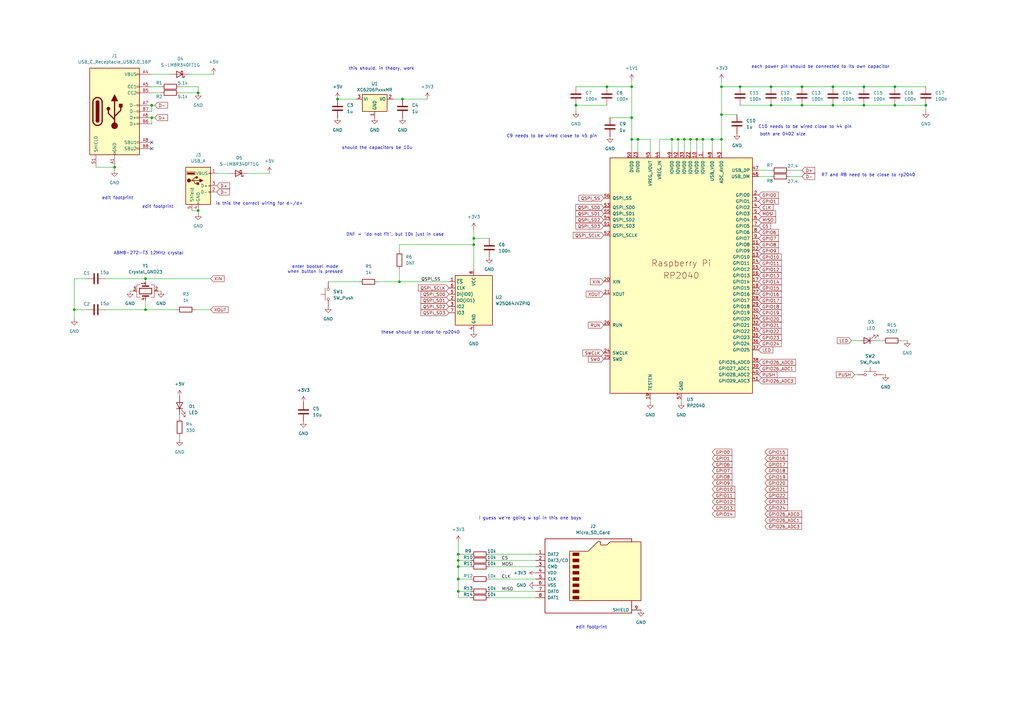
<source format=kicad_sch>
(kicad_sch (version 20231120) (generator "eeschema") (generator_version "8.0")
  (paper "A3")
  (lib_symbols
    (symbol "Connector:Micro_SD_Card" (pin_names (offset 1.016))
      (property "Reference" "J" (at -16.51 15.24 0))
      (property "Value" "Micro_SD_Card" (at 16.51 15.24 0))
      (symbol "Micro_SD_Card_1_1"
        (pin bidirectional line (at -22.86 7.62 0) (length 3.81) (name "DAT2") (number "1"))
        (pin bidirectional line (at -22.86 5.08 0) (length 3.81) (name "DAT3/CD") (number "2"))
        (pin input line (at -22.86 2.54 0) (length 3.81) (name "CMD") (number "3"))
        (pin power_in line (at -22.86 0 0) (length 3.81) (name "VDD") (number "4"))
        (pin input line (at -22.86 -2.54 0) (length 3.81) (name "CLK") (number "5"))
        (pin power_in line (at -22.86 -5.08 0) (length 3.81) (name "VSS") (number "6"))
        (pin bidirectional line (at -22.86 -7.62 0) (length 3.81) (name "DAT0") (number "7"))
        (pin bidirectional line (at -22.86 -10.16 0) (length 3.81) (name "DAT1") (number "8"))
        (pin passive line (at 20.32 -15.24 180) (length 3.81) (name "SHIELD") (number "9"))
      )
    )
    (symbol "Connector:USB_A" (pin_names (offset 1.016))
      (property "Reference" "J" (at -5.08 11.43 0))
      (property "Value" "USB_A" (at -5.08 8.89 0))
      (symbol "USB_A_1_1"
        (pin power_in line (at 7.62 5.08 180) (length 2.54) (name "VBUS") (number "1"))
        (pin bidirectional line (at 7.62 -2.54 180) (length 2.54) (name "D-") (number "2"))
        (pin bidirectional line (at 7.62 0 180) (length 2.54) (name "D+") (number "3"))
        (pin power_in line (at 0 -10.16 90) (length 2.54) (name "GND") (number "4"))
        (pin passive line (at -2.54 -10.16 90) (length 2.54) (name "Shield") (number "5"))
      )
    )
    (symbol "Connector:USB_C_Receptacle_USB2.0_16P" (pin_names (offset 1.016))
      (property "Reference" "J" (at 0 22.225 0))
      (property "Value" "USB_C_Receptacle_USB2.0_16P" (at 0 19.685 0))
      (symbol "USB_C_Receptacle_USB2.0_16P_1_1"
        (pin passive line (at 0 -22.86 90) (length 5.08) (name "GND") (number "A1"))
        (pin passive line (at 0 -22.86 90) (length 5.08) hide (name "GND") (number "A12"))
        (pin passive line (at 15.24 15.24 180) (length 5.08) (name "VBUS") (number "A4"))
        (pin bidirectional line (at 15.24 10.16 180) (length 5.08) (name "CC1") (number "A5"))
        (pin bidirectional line (at 15.24 -2.54 180) (length 5.08) (name "D+") (number "A6"))
        (pin bidirectional line (at 15.24 2.54 180) (length 5.08) (name "D-") (number "A7"))
        (pin bidirectional line (at 15.24 -12.7 180) (length 5.08) (name "SBU1") (number "A8"))
        (pin passive line (at 15.24 15.24 180) (length 5.08) hide (name "VBUS") (number "A9"))
        (pin passive line (at 0 -22.86 90) (length 5.08) hide (name "GND") (number "B1"))
        (pin passive line (at 0 -22.86 90) (length 5.08) hide (name "GND") (number "B12"))
        (pin passive line (at 15.24 15.24 180) (length 5.08) hide (name "VBUS") (number "B4"))
        (pin bidirectional line (at 15.24 7.62 180) (length 5.08) (name "CC2") (number "B5"))
        (pin bidirectional line (at 15.24 -5.08 180) (length 5.08) (name "D+") (number "B6"))
        (pin bidirectional line (at 15.24 0 180) (length 5.08) (name "D-") (number "B7"))
        (pin bidirectional line (at 15.24 -15.24 180) (length 5.08) (name "SBU2") (number "B8"))
        (pin passive line (at 15.24 15.24 180) (length 5.08) hide (name "VBUS") (number "B9"))
        (pin passive line (at -7.62 -22.86 90) (length 5.08) (name "SHIELD") (number "S1"))
      )
    )
    (symbol "Device:C" (pin_numbers hide) (pin_names (offset 0.254))
      (property "Reference" "C" (at 0.635 2.54 0))
      (property "Value" "C" (at 0.635 -2.54 0))
      (symbol "C_1_1"
        (pin passive line (at 0 3.81 270) (length 2.794) (name "~") (number "1"))
        (pin passive line (at 0 -3.81 90) (length 2.794) (name "~") (number "2"))
      )
    )
    (symbol "Device:Crystal_GND23" (pin_names (offset 1.016) hide)
      (property "Reference" "Y" (at 3.175 5.08 0))
      (property "Value" "Crystal_GND23" (at 3.175 3.175 0))
      (symbol "Crystal_GND23_1_1"
        (pin passive line (at -3.81 0 0) (length 1.27) (name "1") (number "1"))
        (pin passive line (at 0 5.08 270) (length 1.27) (name "2") (number "2"))
        (pin passive line (at 0 -5.08 90) (length 1.27) (name "3") (number "3"))
        (pin passive line (at 3.81 0 180) (length 1.27) (name "4") (number "4"))
      )
    )
    (symbol "Device:D_Schottky" (pin_numbers hide) (pin_names (offset 1.016) hide)
      (property "Reference" "D" (at 0 2.54 0))
      (property "Value" "D_Schottky" (at 0 -2.54 0))
      (symbol "D_Schottky_1_1"
        (pin passive line (at -3.81 0 0) (length 2.54) (name "K") (number "1"))
        (pin passive line (at 3.81 0 180) (length 2.54) (name "A") (number "2"))
      )
    )
    (symbol "Device:LED" (pin_numbers hide) (pin_names (offset 1.016) hide)
      (property "Reference" "D" (at 0 2.54 0))
      (property "Value" "LED" (at 0 -2.54 0))
      (symbol "LED_1_1"
        (pin passive line (at -3.81 0 0) (length 2.54) (name "K") (number "1"))
        (pin passive line (at 3.81 0 180) (length 2.54) (name "A") (number "2"))
      )
    )
    (symbol "Device:R" (pin_numbers hide) (pin_names (offset 0))
      (property "Reference" "R" (at 2.032 0 90))
      (property "Value" "R" (at 0 0 90))
      (symbol "R_1_1"
        (pin passive line (at 0 3.81 270) (length 1.27) (name "~") (number "1"))
        (pin passive line (at 0 -3.81 90) (length 1.27) (name "~") (number "2"))
      )
    )
    (symbol "MCU_RaspberryPi_and_Boards:RP2040" (pin_names (offset 1.016))
      (property "Reference" "U" (at -29.21 49.53 0))
      (property "Value" "RP2040" (at 24.13 -49.53 0))
      (symbol "RP2040_0_0"
        (text "Raspberry Pi" (at 0 5.08 0) (effects (font (size 2.54 2.54))))
        (text "RP2040" (at 0 0 0) (effects (font (size 2.54 2.54))))
      )
      (symbol "RP2040_1_1"
        (pin power_in line (at 8.89 50.8 270) (length 2.54) (name "IOVDD") (number "1"))
        (pin power_in line (at 6.35 50.8 270) (length 2.54) (name "IOVDD") (number "10"))
        (pin bidirectional line (at 31.75 12.7 180) (length 2.54) (name "GPIO8") (number "11"))
        (pin bidirectional line (at 31.75 10.16 180) (length 2.54) (name "GPIO9") (number "12"))
        (pin bidirectional line (at 31.75 7.62 180) (length 2.54) (name "GPIO10") (number "13"))
        (pin bidirectional line (at 31.75 5.08 180) (length 2.54) (name "GPIO11") (number "14"))
        (pin bidirectional line (at 31.75 2.54 180) (length 2.54) (name "GPIO12") (number "15"))
        (pin bidirectional line (at 31.75 0 180) (length 2.54) (name "GPIO13") (number "16"))
        (pin bidirectional line (at 31.75 -2.54 180) (length 2.54) (name "GPIO14") (number "17"))
        (pin bidirectional line (at 31.75 -5.08 180) (length 2.54) (name "GPIO15") (number "18"))
        (pin passive line (at -12.7 -50.8 90) (length 2.54) (name "TESTEN") (number "19"))
        (pin bidirectional line (at 31.75 33.02 180) (length 2.54) (name "GPIO0") (number "2"))
        (pin input line (at -31.75 -2.54 0) (length 2.54) (name "XIN") (number "20"))
        (pin passive line (at -31.75 -7.62 0) (length 2.54) (name "XOUT") (number "21"))
        (pin power_in line (at 3.81 50.8 270) (length 2.54) (name "IOVDD") (number "22"))
        (pin power_in line (at -17.78 50.8 270) (length 2.54) (name "DVDD") (number "23"))
        (pin output line (at -31.75 -31.75 0) (length 2.54) (name "SWCLK") (number "24"))
        (pin bidirectional line (at -31.75 -34.29 0) (length 2.54) (name "SWD") (number "25"))
        (pin input line (at -31.75 -20.32 0) (length 2.54) (name "RUN") (number "26"))
        (pin bidirectional line (at 31.75 -7.62 180) (length 2.54) (name "GPIO16") (number "27"))
        (pin bidirectional line (at 31.75 -10.16 180) (length 2.54) (name "GPIO17") (number "28"))
        (pin bidirectional line (at 31.75 -12.7 180) (length 2.54) (name "GPIO18") (number "29"))
        (pin bidirectional line (at 31.75 30.48 180) (length 2.54) (name "GPIO1") (number "3"))
        (pin bidirectional line (at 31.75 -15.24 180) (length 2.54) (name "GPIO19") (number "30"))
        (pin bidirectional line (at 31.75 -17.78 180) (length 2.54) (name "GPIO20") (number "31"))
        (pin bidirectional line (at 31.75 -20.32 180) (length 2.54) (name "GPIO21") (number "32"))
        (pin power_in line (at 1.27 50.8 270) (length 2.54) (name "IOVDD") (number "33"))
        (pin bidirectional line (at 31.75 -22.86 180) (length 2.54) (name "GPIO22") (number "34"))
        (pin bidirectional line (at 31.75 -25.4 180) (length 2.54) (name "GPIO23") (number "35"))
        (pin bidirectional line (at 31.75 -27.94 180) (length 2.54) (name "GPIO24") (number "36"))
        (pin bidirectional line (at 31.75 -30.48 180) (length 2.54) (name "GPIO25") (number "37"))
        (pin bidirectional line (at 31.75 -35.56 180) (length 2.54) (name "GPIO26_ADC0") (number "38"))
        (pin bidirectional line (at 31.75 -38.1 180) (length 2.54) (name "GPIO27_ADC1") (number "39"))
        (pin bidirectional line (at 31.75 27.94 180) (length 2.54) (name "GPIO2") (number "4"))
        (pin bidirectional line (at 31.75 -40.64 180) (length 2.54) (name "GPIO28_ADC2") (number "40"))
        (pin bidirectional line (at 31.75 -43.18 180) (length 2.54) (name "GPIO29_ADC3") (number "41"))
        (pin power_in line (at -1.27 50.8 270) (length 2.54) (name "IOVDD") (number "42"))
        (pin power_in line (at 16.51 50.8 270) (length 2.54) (name "ADC_AVDD") (number "43"))
        (pin power_in line (at -8.89 50.8 270) (length 2.54) (name "VREG_IN") (number "44"))
        (pin power_out line (at -12.7 50.8 270) (length 2.54) (name "VREG_VOUT") (number "45"))
        (pin bidirectional line (at 31.75 40.64 180) (length 2.54) (name "USB_DM") (number "46"))
        (pin bidirectional line (at 31.75 43.18 180) (length 2.54) (name "USB_DP") (number "47"))
        (pin power_in line (at 12.7 50.8 270) (length 2.54) (name "USB_VDD") (number "48"))
        (pin power_in line (at -3.81 50.8 270) (length 2.54) (name "IOVDD") (number "49"))
        (pin bidirectional line (at 31.75 25.4 180) (length 2.54) (name "GPIO3") (number "5"))
        (pin power_in line (at -20.32 50.8 270) (length 2.54) (name "DVDD") (number "50"))
        (pin bidirectional line (at -31.75 20.32 0) (length 2.54) (name "QSPI_SD3") (number "51"))
        (pin output line (at -31.75 16.51 0) (length 2.54) (name "QSPI_SCLK") (number "52"))
        (pin bidirectional line (at -31.75 27.94 0) (length 2.54) (name "QSPI_SD0") (number "53"))
        (pin bidirectional line (at -31.75 22.86 0) (length 2.54) (name "QSPI_SD2") (number "54"))
        (pin bidirectional line (at -31.75 25.4 0) (length 2.54) (name "QSPI_SD1") (number "55"))
        (pin bidirectional line (at -31.75 31.75 0) (length 2.54) (name "QSPI_SS") (number "56"))
        (pin power_in line (at 0 -50.8 90) (length 2.54) (name "GND") (number "57"))
        (pin bidirectional line (at 31.75 22.86 180) (length 2.54) (name "GPIO4") (number "6"))
        (pin bidirectional line (at 31.75 20.32 180) (length 2.54) (name "GPIO5") (number "7"))
        (pin bidirectional line (at 31.75 17.78 180) (length 2.54) (name "GPIO6") (number "8"))
        (pin bidirectional line (at 31.75 15.24 180) (length 2.54) (name "GPIO7") (number "9"))
      )
    )
    (symbol "Memory_Flash:W25Q128JVS"
      (property "Reference" "U" (at -8.89 8.89 0))
      (property "Value" "W25Q128JVS" (at 7.62 8.89 0))
      (symbol "W25Q128JVS_1_1"
        (pin input line (at -10.16 7.62 0) (length 2.54) (name "~{CS}") (number "1"))
        (pin bidirectional line (at -10.16 0 0) (length 2.54) (name "DO(IO1)") (number "2"))
        (pin bidirectional line (at -10.16 -2.54 0) (length 2.54) (name "IO2") (number "3"))
        (pin power_in line (at 0 -12.7 90) (length 2.54) (name "GND") (number "4"))
        (pin bidirectional line (at -10.16 2.54 0) (length 2.54) (name "DI(IO0)") (number "5"))
        (pin input line (at -10.16 5.08 0) (length 2.54) (name "CLK") (number "6"))
        (pin bidirectional line (at -10.16 -5.08 0) (length 2.54) (name "IO3") (number "7"))
        (pin power_in line (at 0 12.7 270) (length 2.54) (name "VCC") (number "8"))
      )
    )
    (symbol "Regulator_Linear:NCP1117-3.3_SOT223"
      (property "Reference" "U" (at -3.81 3.175 0))
      (property "Value" "NCP1117-3.3_SOT223" (at 0 3.175 0))
      (symbol "NCP1117-3.3_SOT223_1_1"
        (pin power_in line (at 0 -7.62 90) (length 2.54) (name "GND") (number "1"))
        (pin power_out line (at 7.62 0 180) (length 2.54) (name "VO") (number "2"))
        (pin power_in line (at -7.62 0 0) (length 2.54) (name "VI") (number "3"))
      )
    )
    (symbol "Switch:SW_Push" (pin_numbers hide) (pin_names (offset 1.016) hide)
      (property "Reference" "SW" (at 1.27 2.54 0))
      (property "Value" "SW_Push" (at 0 -1.524 0))
      (symbol "SW_Push_0_1"
        (pin passive line (at -5.08 0 0) (length 2.54) (name "1") (number "1"))
        (pin passive line (at 5.08 0 180) (length 2.54) (name "2") (number "2"))
      )
    )
    (symbol "power:+1V1" (power) (pin_numbers hide) (pin_names (offset 0) hide)
      (property "Value" "+1V1" (at 0 3.556 0))
      (symbol "+1V1_1_1"
        (pin power_in line (at 0 0 90) (length 0) (name "~") (number "1"))
      )
    )
    (symbol "power:+3V3" (power) (pin_numbers hide) (pin_names (offset 0) hide)
      (property "Value" "+3V3" (at 0 3.556 0))
      (symbol "+3V3_1_1"
        (pin power_in line (at 0 0 90) (length 0) (name "~") (number "1"))
      )
    )
    (symbol "power:+5V" (power) (pin_numbers hide) (pin_names (offset 0) hide)
      (property "Value" "+5V" (at 0 3.556 0))
      (symbol "+5V_1_1"
        (pin power_in line (at 0 0 90) (length 0) (name "~") (number "1"))
      )
    )
    (symbol "power:GND" (power) (pin_numbers hide) (pin_names (offset 0) hide)
      (property "Value" "GND" (at 0 -3.81 0))
      (symbol "GND_1_1"
        (pin power_in line (at 0 0 270) (length 0) (name "~") (number "1"))
      )
    )
  )
  (junction (at 316.23 43.18))
  (junction (at 341.63 43.18))
  (junction (at 292.1 57.15))
  (junction (at 236.22 43.18))
  (junction (at 278.13 57.15))
  (junction (at 295.91 46.99))
  (junction (at 163.83 115.57))
  (junction (at 379.73 43.18))
  (junction (at 303.53 35.56))
  (junction (at 367.03 43.18))
  (junction (at 316.23 35.56))
  (junction (at 261.62 57.15))
  (junction (at 283.21 57.15))
  (junction (at 138.43 40.64))
  (junction (at 62.23 48.26))
  (junction (at 165.1 40.64))
  (junction (at 46.99 68.58))
  (junction (at 187.96 232.41))
  (junction (at 59.69 127))
  (junction (at 285.75 57.15))
  (junction (at 295.91 35.56))
  (junction (at 59.69 114.3))
  (junction (at 354.33 43.18))
  (junction (at 280.67 57.15))
  (junction (at 194.31 97.79))
  (junction (at 30.48 127))
  (junction (at 187.96 229.87))
  (junction (at 259.08 35.56))
  (junction (at 259.08 48.26))
  (junction (at 187.96 227.33))
  (junction (at 328.93 35.56))
  (junction (at 81.28 86.36))
  (junction (at 341.63 35.56))
  (junction (at 194.31 100.33))
  (junction (at 81.28 38.1))
  (junction (at 187.96 242.57))
  (junction (at 62.23 43.18))
  (junction (at 248.92 35.56))
  (junction (at 288.29 57.15))
  (junction (at 295.91 57.15))
  (junction (at 259.08 57.15))
  (junction (at 187.96 237.49))
  (junction (at 367.03 35.56))
  (junction (at 328.93 43.18))
  (junction (at 275.59 57.15))
  (junction (at 354.33 35.56))
  (no_connect (at 62.23 58.42))
  (no_connect (at 62.23 60.96))
  (wire (pts (xy 359.41 139.7) (xy 361.95 139.7)))
  (wire (pts (xy 354.33 35.56) (xy 367.03 35.56)))
  (wire (pts (xy 62.23 43.18) (xy 63.5 43.18)))
  (wire (pts (xy 62.23 43.18) (xy 62.23 45.72)))
  (wire (pts (xy 200.66 237.49) (xy 219.71 237.49)))
  (wire (pts (xy 59.69 114.3) (xy 86.36 114.3)))
  (wire (pts (xy 200.66 242.57) (xy 219.71 242.57)))
  (wire (pts (xy 292.1 57.15) (xy 295.91 57.15)))
  (wire (pts (xy 316.23 35.56) (xy 328.93 35.56)))
  (wire (pts (xy 187.96 237.49) (xy 187.96 232.41)))
  (wire (pts (xy 163.83 100.33) (xy 163.83 102.87)))
  (wire (pts (xy 316.23 43.18) (xy 328.93 43.18)))
  (wire (pts (xy 59.69 127) (xy 43.18 127)))
  (wire (pts (xy 194.31 97.79) (xy 200.66 97.79)))
  (wire (pts (xy 194.31 100.33) (xy 194.31 110.49)))
  (wire (pts (xy 110.49 71.12) (xy 101.6 71.12)))
  (wire (pts (xy 78.74 86.36) (xy 81.28 86.36)))
  (wire (pts (xy 62.23 48.26) (xy 62.23 50.8)))
  (wire (pts (xy 200.66 229.87) (xy 219.71 229.87)))
  (wire (pts (xy 295.91 57.15) (xy 295.91 62.23)))
  (wire (pts (xy 59.69 127) (xy 72.39 127)))
  (wire (pts (xy 311.15 72.39) (xy 316.23 72.39)))
  (wire (pts (xy 328.93 43.18) (xy 341.63 43.18)))
  (wire (pts (xy 187.96 237.49) (xy 187.96 242.57)))
  (wire (pts (xy 194.31 97.79) (xy 194.31 100.33)))
  (wire (pts (xy 295.91 35.56) (xy 303.53 35.56)))
  (wire (pts (xy 259.08 48.26) (xy 259.08 57.15)))
  (wire (pts (xy 275.59 57.15) (xy 278.13 57.15)))
  (wire (pts (xy 165.1 40.64) (xy 175.26 40.64)))
  (wire (pts (xy 303.53 35.56) (xy 316.23 35.56)))
  (wire (pts (xy 259.08 35.56) (xy 259.08 48.26)))
  (wire (pts (xy 62.23 38.1) (xy 66.04 38.1)))
  (wire (pts (xy 323.85 69.85) (xy 328.93 69.85)))
  (wire (pts (xy 303.53 43.18) (xy 316.23 43.18)))
  (wire (pts (xy 62.23 48.26) (xy 63.5 48.26)))
  (wire (pts (xy 35.56 114.3) (xy 30.48 114.3)))
  (wire (pts (xy 261.62 57.15) (xy 261.62 62.23)))
  (wire (pts (xy 200.66 245.11) (xy 219.71 245.11)))
  (wire (pts (xy 236.22 35.56) (xy 248.92 35.56)))
  (wire (pts (xy 295.91 46.99) (xy 295.91 57.15)))
  (wire (pts (xy 134.62 115.57) (xy 147.32 115.57)))
  (wire (pts (xy 59.69 123.19) (xy 59.69 127)))
  (wire (pts (xy 292.1 57.15) (xy 292.1 62.23)))
  (wire (pts (xy 77.47 30.48) (xy 87.63 30.48)))
  (wire (pts (xy 30.48 114.3) (xy 30.48 127)))
  (wire (pts (xy 266.7 62.23) (xy 266.7 57.15)))
  (wire (pts (xy 62.23 30.48) (xy 69.85 30.48)))
  (wire (pts (xy 285.75 57.15) (xy 288.29 57.15)))
  (wire (pts (xy 280.67 57.15) (xy 283.21 57.15)))
  (wire (pts (xy 73.66 35.56) (xy 81.28 35.56)))
  (wire (pts (xy 154.94 115.57) (xy 163.83 115.57)))
  (wire (pts (xy 261.62 57.15) (xy 259.08 57.15)))
  (wire (pts (xy 279.4 165.1) (xy 279.4 163.83)))
  (wire (pts (xy 30.48 127) (xy 30.48 130.81)))
  (wire (pts (xy 328.93 35.56) (xy 341.63 35.56)))
  (wire (pts (xy 193.04 232.41) (xy 187.96 232.41)))
  (wire (pts (xy 64.77 119.38) (xy 66.04 119.38)))
  (wire (pts (xy 270.51 62.23) (xy 270.51 57.15)))
  (wire (pts (xy 219.71 227.33) (xy 200.66 227.33)))
  (wire (pts (xy 39.37 68.58) (xy 46.99 68.58)))
  (wire (pts (xy 278.13 57.15) (xy 278.13 62.23)))
  (wire (pts (xy 138.43 40.64) (xy 146.05 40.64)))
  (wire (pts (xy 80.01 127) (xy 86.36 127)))
  (wire (pts (xy 283.21 62.23) (xy 283.21 57.15)))
  (wire (pts (xy 354.33 43.18) (xy 367.03 43.18)))
  (wire (pts (xy 236.22 43.18) (xy 248.92 43.18)))
  (wire (pts (xy 285.75 62.23) (xy 285.75 57.15)))
  (wire (pts (xy 236.22 45.72) (xy 236.22 43.18)))
  (wire (pts (xy 288.29 57.15) (xy 292.1 57.15)))
  (wire (pts (xy 302.26 46.99) (xy 295.91 46.99)))
  (wire (pts (xy 278.13 57.15) (xy 280.67 57.15)))
  (wire (pts (xy 73.66 170.18) (xy 73.66 171.45)))
  (wire (pts (xy 250.19 48.26) (xy 259.08 48.26)))
  (wire (pts (xy 266.7 57.15) (xy 261.62 57.15)))
  (wire (pts (xy 163.83 100.33) (xy 194.31 100.33)))
  (wire (pts (xy 187.96 222.25) (xy 187.96 227.33)))
  (wire (pts (xy 62.23 35.56) (xy 66.04 35.56)))
  (wire (pts (xy 81.28 86.36) (xy 81.28 87.63)))
  (wire (pts (xy 275.59 57.15) (xy 275.59 62.23)))
  (wire (pts (xy 363.22 153.67) (xy 361.95 153.67)))
  (wire (pts (xy 280.67 57.15) (xy 280.67 62.23)))
  (wire (pts (xy 295.91 33.02) (xy 295.91 35.56)))
  (wire (pts (xy 288.29 57.15) (xy 288.29 62.23)))
  (wire (pts (xy 59.69 115.57) (xy 59.69 114.3)))
  (wire (pts (xy 81.28 35.56) (xy 81.28 38.1)))
  (wire (pts (xy 311.15 69.85) (xy 316.23 69.85)))
  (wire (pts (xy 194.31 93.98) (xy 194.31 97.79)))
  (wire (pts (xy 349.25 139.7) (xy 351.79 139.7)))
  (wire (pts (xy 161.29 40.64) (xy 165.1 40.64)))
  (wire (pts (xy 187.96 229.87) (xy 193.04 229.87)))
  (wire (pts (xy 187.96 237.49) (xy 193.04 237.49)))
  (wire (pts (xy 193.04 242.57) (xy 187.96 242.57)))
  (wire (pts (xy 46.99 68.58) (xy 46.99 69.85)))
  (wire (pts (xy 93.98 71.12) (xy 88.9 71.12)))
  (wire (pts (xy 367.03 35.56) (xy 379.73 35.56)))
  (wire (pts (xy 43.18 114.3) (xy 59.69 114.3)))
  (wire (pts (xy 187.96 227.33) (xy 193.04 227.33)))
  (wire (pts (xy 259.08 57.15) (xy 259.08 62.23)))
  (wire (pts (xy 187.96 232.41) (xy 187.96 229.87)))
  (wire (pts (xy 323.85 72.39) (xy 328.93 72.39)))
  (wire (pts (xy 369.57 139.7) (xy 372.11 139.7)))
  (wire (pts (xy 259.08 33.02) (xy 259.08 35.56)))
  (wire (pts (xy 248.92 35.56) (xy 259.08 35.56)))
  (wire (pts (xy 367.03 43.18) (xy 379.73 43.18)))
  (wire (pts (xy 163.83 110.49) (xy 163.83 115.57)))
  (wire (pts (xy 350.52 153.67) (xy 351.79 153.67)))
  (wire (pts (xy 270.51 57.15) (xy 275.59 57.15)))
  (wire (pts (xy 283.21 57.15) (xy 285.75 57.15)))
  (wire (pts (xy 341.63 35.56) (xy 354.33 35.56)))
  (wire (pts (xy 341.63 43.18) (xy 354.33 43.18)))
  (wire (pts (xy 73.66 38.1) (xy 81.28 38.1)))
  (wire (pts (xy 163.83 115.57) (xy 184.15 115.57)))
  (wire (pts (xy 187.96 227.33) (xy 187.96 229.87)))
  (wire (pts (xy 379.73 43.18) (xy 379.73 45.72)))
  (wire (pts (xy 295.91 35.56) (xy 295.91 46.99)))
  (wire (pts (xy 30.48 127) (xy 35.56 127)))
  (wire (pts (xy 53.34 119.38) (xy 54.61 119.38)))
  (wire (pts (xy 200.66 232.41) (xy 219.71 232.41)))
  (wire (pts (xy 266.7 165.1) (xy 266.7 163.83)))
  (wire (pts (xy 193.04 245.11) (xy 187.96 245.11)))
  (wire (pts (xy 187.96 245.11) (xy 187.96 242.57)))
  (wire (pts (xy 73.66 179.07) (xy 73.66 180.34)))
  (text "these should be close to rp2040" (at 172.466 136.398 0) (effects (font (size 1.27 1.27))))
  (text "C9 needs to be wired close to 45 pin" (at 226.314 55.88 0) (effects (font (size 1.27 1.27))))
  (text "is this the correct wiring for d-/d+" (at 106.426 83.566 0) (effects (font (size 1.27 1.27))))
  (text "R7 and R8 need to be close to rp2040" (at 356.108 71.882 0) (effects (font (size 1.27 1.27))))
  (text "this should, in theory, work" (at 156.464 28.194 0) (effects (font (size 1.27 1.27))))
  (text "C10 needs to be wired close to 44 pin" (at 330.2 52.07 0) (effects (font (size 1.27 1.27))))
  (text "should the capacitors be 10u" (at 154.686 60.706 0) (effects (font (size 1.27 1.27))))
  (text "i guess we're going w spi in this one boys" (at 217.424 212.598 0) (effects (font (size 1.27 1.27))))
  (text "both are 0402 size" (at 321.056 55.118 0) (effects (font (size 1.27 1.27))))
  (text "edit footprint" (at 48.26 81.28 0) (effects (font (size 1.27 1.27))))
  (text "each power pin should be connected to its own capacitor" (at 336.55 27.432 0) (effects (font (size 1.27 1.27))))
  (text "enter bootsel mode\nwhen button is pressed" (at 129.286 110.49 0) (effects (font (size 1.27 1.27))))
  (text "edit footprint" (at 242.57 257.302 0) (effects (font (size 1.27 1.27))))
  (text "ABM8-272-T3 12MHz crystal" (at 60.96 103.886 0) (effects (font (size 1.27 1.27))))
  (text "edit footprint" (at 64.77 84.836 0) (effects (font (size 1.27 1.27))))
  (text "DNF = \"do not fit\", but 10k just in case" (at 162.052 96.266 0) (effects (font (size 1.27 1.27))))
  (label "CS" (at 205.74 229.87 0))
  (label "CLK" (at 205.74 237.49 0))
  (label "MOSI" (at 205.74 232.41 0))
  (label "MISO" (at 205.74 242.57 0))
  (label "QSPI_SS" (at 172.72 115.57 0))
  (global_label "MOSI" (shape input) (at 311.15 87.63 0) (property "Intersheetrefs" "${INTERSHEET_REFS}" (effects (hide yes))))
  (global_label "GPIO26_ADC3" (shape input) (at 311.15 156.21 0) (property "Intersheetrefs" "${INTERSHEET_REFS}" (effects (hide yes))))
  (global_label "GPIO22" (shape input) (at 311.15 135.89 0) (property "Intersheetrefs" "${INTERSHEET_REFS}" (effects (hide yes))))
  (global_label "GPIO26_ADC0" (shape input) (at 311.15 148.59 0) (property "Intersheetrefs" "${INTERSHEET_REFS}" (effects (hide yes))))
  (global_label "GPIO15" (shape input) (at 311.15 118.11 0) (property "Intersheetrefs" "${INTERSHEET_REFS}" (effects (hide yes))))
  (global_label "GPIO9" (shape input) (at 292.1 198.12 0) (property "Intersheetrefs" "${INTERSHEET_REFS}" (effects (hide yes))))
  (global_label "GPIO19" (shape input) (at 313.69 195.58 0) (property "Intersheetrefs" "${INTERSHEET_REFS}" (effects (hide yes))))
  (global_label "GPIO13" (shape input) (at 311.15 113.03 0) (property "Intersheetrefs" "${INTERSHEET_REFS}" (effects (hide yes))))
  (global_label "GPIO17" (shape input) (at 313.69 190.5 0) (property "Intersheetrefs" "${INTERSHEET_REFS}" (effects (hide yes))))
  (global_label "GPIO19" (shape input) (at 311.15 128.27 0) (property "Intersheetrefs" "${INTERSHEET_REFS}" (effects (hide yes))))
  (global_label "GPIO23" (shape input) (at 311.15 138.43 0) (property "Intersheetrefs" "${INTERSHEET_REFS}" (effects (hide yes))))
  (global_label "GPIO14" (shape input) (at 292.1 210.82 0) (property "Intersheetrefs" "${INTERSHEET_REFS}" (effects (hide yes))))
  (global_label "QSPI_SD0" (shape input) (at 184.15 120.65 180) (property "Intersheetrefs" "${INTERSHEET_REFS}" (effects (hide yes))))
  (global_label "GPIO7" (shape input) (at 311.15 97.79 0) (property "Intersheetrefs" "${INTERSHEET_REFS}" (effects (hide yes))))
  (global_label "SWCLK" (shape input) (at 247.65 144.78 180) (property "Intersheetrefs" "${INTERSHEET_REFS}" (effects (hide yes))))
  (global_label "D+" (shape input) (at 328.93 69.85 0) (property "Intersheetrefs" "${INTERSHEET_REFS}" (effects (hide yes))))
  (global_label "GPIO26_ADC3" (shape input) (at 313.69 215.9 0) (property "Intersheetrefs" "${INTERSHEET_REFS}" (effects (hide yes))))
  (global_label "SWD" (shape input) (at 247.65 147.32 180) (property "Intersheetrefs" "${INTERSHEET_REFS}" (effects (hide yes))))
  (global_label "QSPI_SD3" (shape input) (at 247.65 92.71 180) (property "Intersheetrefs" "${INTERSHEET_REFS}" (effects (hide yes))))
  (global_label "QSPI_SD1" (shape input) (at 184.15 123.19 180) (property "Intersheetrefs" "${INTERSHEET_REFS}" (effects (hide yes))))
  (global_label "GPIO18" (shape input) (at 313.69 193.04 0) (property "Intersheetrefs" "${INTERSHEET_REFS}" (effects (hide yes))))
  (global_label "RUN" (shape input) (at 247.65 133.35 180) (property "Intersheetrefs" "${INTERSHEET_REFS}" (effects (hide yes))))
  (global_label "GPIO23" (shape input) (at 313.69 205.74 0) (property "Intersheetrefs" "${INTERSHEET_REFS}" (effects (hide yes))))
  (global_label "GPIO21" (shape input) (at 311.15 133.35 0) (property "Intersheetrefs" "${INTERSHEET_REFS}" (effects (hide yes))))
  (global_label "GPIO26_ADC1" (shape input) (at 313.69 213.36 0) (property "Intersheetrefs" "${INTERSHEET_REFS}" (effects (hide yes))))
  (global_label "GPIO12" (shape input) (at 311.15 110.49 0) (property "Intersheetrefs" "${INTERSHEET_REFS}" (effects (hide yes))))
  (global_label "GPIO11" (shape input) (at 292.1 203.2 0) (property "Intersheetrefs" "${INTERSHEET_REFS}" (effects (hide yes))))
  (global_label "GPIO21" (shape input) (at 313.69 200.66 0) (property "Intersheetrefs" "${INTERSHEET_REFS}" (effects (hide yes))))
  (global_label "QSPI_SD2" (shape input) (at 184.15 125.73 180) (property "Intersheetrefs" "${INTERSHEET_REFS}" (effects (hide yes))))
  (global_label "CLK" (shape input) (at 311.15 85.09 0) (property "Intersheetrefs" "${INTERSHEET_REFS}" (effects (hide yes))))
  (global_label "MISO" (shape input) (at 311.15 90.17 0) (property "Intersheetrefs" "${INTERSHEET_REFS}" (effects (hide yes))))
  (global_label "LED" (shape input) (at 311.15 143.51 0) (property "Intersheetrefs" "${INTERSHEET_REFS}" (effects (hide yes))))
  (global_label "GPIO15" (shape input) (at 313.69 185.42 0) (property "Intersheetrefs" "${INTERSHEET_REFS}" (effects (hide yes))))
  (global_label "GPIO9" (shape input) (at 311.15 102.87 0) (property "Intersheetrefs" "${INTERSHEET_REFS}" (effects (hide yes))))
  (global_label "GPIO12" (shape input) (at 292.1 205.74 0) (property "Intersheetrefs" "${INTERSHEET_REFS}" (effects (hide yes))))
  (global_label "D+" (shape input) (at 63.5 48.26 0) (property "Intersheetrefs" "${INTERSHEET_REFS}" (effects (hide yes))))
  (global_label "GPIO0" (shape input) (at 311.15 80.01 0) (property "Intersheetrefs" "${INTERSHEET_REFS}" (effects (hide yes))))
  (global_label "GPIO16" (shape input) (at 313.69 187.96 0) (property "Intersheetrefs" "${INTERSHEET_REFS}" (effects (hide yes))))
  (global_label "GPIO7" (shape input) (at 292.1 193.04 0) (property "Intersheetrefs" "${INTERSHEET_REFS}" (effects (hide yes))))
  (global_label "GPIO1" (shape input) (at 292.1 187.96 0) (property "Intersheetrefs" "${INTERSHEET_REFS}" (effects (hide yes))))
  (global_label "GPIO18" (shape input) (at 311.15 125.73 0) (property "Intersheetrefs" "${INTERSHEET_REFS}" (effects (hide yes))))
  (global_label "GPIO10" (shape input) (at 292.1 200.66 0) (property "Intersheetrefs" "${INTERSHEET_REFS}" (effects (hide yes))))
  (global_label "GPIO20" (shape input) (at 313.69 198.12 0) (property "Intersheetrefs" "${INTERSHEET_REFS}" (effects (hide yes))))
  (global_label "GPIO13" (shape input) (at 292.1 208.28 0) (property "Intersheetrefs" "${INTERSHEET_REFS}" (effects (hide yes))))
  (global_label "QSPI_SD0" (shape input) (at 247.65 85.09 180) (property "Intersheetrefs" "${INTERSHEET_REFS}" (effects (hide yes))))
  (global_label "GPIO6" (shape input) (at 311.15 95.25 0) (property "Intersheetrefs" "${INTERSHEET_REFS}" (effects (hide yes))))
  (global_label "PUSH" (shape input) (at 311.15 153.67 0) (property "Intersheetrefs" "${INTERSHEET_REFS}" (effects (hide yes))))
  (global_label "GPIO20" (shape input) (at 311.15 130.81 0) (property "Intersheetrefs" "${INTERSHEET_REFS}" (effects (hide yes))))
  (global_label "QSPI_SD1" (shape input) (at 247.65 87.63 180) (property "Intersheetrefs" "${INTERSHEET_REFS}" (effects (hide yes))))
  (global_label "QSPI_SD2" (shape input) (at 247.65 90.17 180) (property "Intersheetrefs" "${INTERSHEET_REFS}" (effects (hide yes))))
  (global_label "QSPI_SD3" (shape input) (at 184.15 128.27 180) (property "Intersheetrefs" "${INTERSHEET_REFS}" (effects (hide yes))))
  (global_label "GPIO24" (shape input) (at 311.15 140.97 0) (property "Intersheetrefs" "${INTERSHEET_REFS}" (effects (hide yes))))
  (global_label "GPIO8" (shape input) (at 292.1 195.58 0) (property "Intersheetrefs" "${INTERSHEET_REFS}" (effects (hide yes))))
  (global_label "GPIO11" (shape input) (at 311.15 107.95 0) (property "Intersheetrefs" "${INTERSHEET_REFS}" (effects (hide yes))))
  (global_label "XOUT" (shape input) (at 86.36 127 0) (property "Intersheetrefs" "${INTERSHEET_REFS}" (effects (hide yes))))
  (global_label "XOUT" (shape input) (at 247.65 120.65 180) (property "Intersheetrefs" "${INTERSHEET_REFS}" (effects (hide yes))))
  (global_label "D-" (shape input) (at 88.9 78.74 0) (property "Intersheetrefs" "${INTERSHEET_REFS}" (effects (hide yes))))
  (global_label "CS" (shape input) (at 311.15 92.71 0) (property "Intersheetrefs" "${INTERSHEET_REFS}" (effects (hide yes))))
  (global_label "PUSH" (shape input) (at 350.52 153.67 180) (property "Intersheetrefs" "${INTERSHEET_REFS}" (effects (hide yes))))
  (global_label "GPIO17" (shape input) (at 311.15 123.19 0) (property "Intersheetrefs" "${INTERSHEET_REFS}" (effects (hide yes))))
  (global_label "D-" (shape input) (at 63.5 43.18 0) (property "Intersheetrefs" "${INTERSHEET_REFS}" (effects (hide yes))))
  (global_label "GPIO0" (shape input) (at 292.1 185.42 0) (property "Intersheetrefs" "${INTERSHEET_REFS}" (effects (hide yes))))
  (global_label "LED" (shape input) (at 349.25 139.7 180) (property "Intersheetrefs" "${INTERSHEET_REFS}" (effects (hide yes))))
  (global_label "QSPI_SCLK" (shape input) (at 247.65 96.52 180) (property "Intersheetrefs" "${INTERSHEET_REFS}" (effects (hide yes))))
  (global_label "GPIO6" (shape input) (at 292.1 190.5 0) (property "Intersheetrefs" "${INTERSHEET_REFS}" (effects (hide yes))))
  (global_label "GPIO22" (shape input) (at 313.69 203.2 0) (property "Intersheetrefs" "${INTERSHEET_REFS}" (effects (hide yes))))
  (global_label "GPIO8" (shape input) (at 311.15 100.33 0) (property "Intersheetrefs" "${INTERSHEET_REFS}" (effects (hide yes))))
  (global_label "QSPI_SS" (shape input) (at 247.65 81.28 180) (property "Intersheetrefs" "${INTERSHEET_REFS}" (effects (hide yes))))
  (global_label "QSPI_SCLK" (shape input) (at 184.15 118.11 180) (property "Intersheetrefs" "${INTERSHEET_REFS}" (effects (hide yes))))
  (global_label "GPIO24" (shape input) (at 313.69 208.28 0) (property "Intersheetrefs" "${INTERSHEET_REFS}" (effects (hide yes))))
  (global_label "GPIO10" (shape input) (at 311.15 105.41 0) (property "Intersheetrefs" "${INTERSHEET_REFS}" (effects (hide yes))))
  (global_label "GPIO1" (shape input) (at 311.15 82.55 0) (property "Intersheetrefs" "${INTERSHEET_REFS}" (effects (hide yes))))
  (global_label "GPIO16" (shape input) (at 311.15 120.65 0) (property "Intersheetrefs" "${INTERSHEET_REFS}" (effects (hide yes))))
  (global_label "GPIO26_ADC0" (shape input) (at 313.69 210.82 0) (property "Intersheetrefs" "${INTERSHEET_REFS}" (effects (hide yes))))
  (global_label "GPIO14" (shape input) (at 311.15 115.57 0) (property "Intersheetrefs" "${INTERSHEET_REFS}" (effects (hide yes))))
  (global_label "XIN" (shape input) (at 86.36 114.3 0) (property "Intersheetrefs" "${INTERSHEET_REFS}" (effects (hide yes))))
  (global_label "GPIO26_ADC1" (shape input) (at 311.15 151.13 0) (property "Intersheetrefs" "${INTERSHEET_REFS}" (effects (hide yes))))
  (global_label "XIN" (shape input) (at 247.65 115.57 180) (property "Intersheetrefs" "${INTERSHEET_REFS}" (effects (hide yes))))
  (global_label "D+" (shape input) (at 88.9 76.2 0) (property "Intersheetrefs" "${INTERSHEET_REFS}" (effects (hide yes))))
  (global_label "D-" (shape input) (at 328.93 72.39 0) (property "Intersheetrefs" "${INTERSHEET_REFS}" (effects (hide yes))))
  (symbol (lib_id "Device:C") (at 354.33 39.37 0) (unit 1)
    (property "Reference" "C15" (at 358.14 38.0999 0) (effects (justify left)))
    (property "Value" "100n" (at 358.14 40.6399 0) (effects (justify left)))
    (property "Footprint" "Capacitor_SMD:C_0402_1005Metric" (effects (hide yes)))
    (property "Description" "Unpolarized capacitor" (effects (hide yes)))
  )
  (symbol (lib_id "Device:R") (at 196.85 245.11 90) (unit 1)
    (property "Reference" "R14" (at 192.024 243.84 90))
    (property "Value" "10k" (at 201.676 243.84 90))
    (property "Footprint" "Resistor_SMD:R_0402_1005Metric" (effects (hide yes)))
    (property "Description" "Resistor" (effects (hide yes)))
  )
  (symbol (lib_id "Device:C") (at 248.92 39.37 0) (unit 1)
    (property "Reference" "C8" (at 252.73 38.0999 0) (effects (justify left)))
    (property "Value" "100n" (at 252.73 40.6399 0) (effects (justify left)))
    (property "Footprint" "Capacitor_SMD:C_0402_1005Metric" (effects (hide yes)))
    (property "Description" "Unpolarized capacitor" (effects (hide yes)))
  )
  (symbol (lib_id "power:+3V3") (at 194.31 93.98 0) (unit 1)
    (property "Reference" "#PWR020" (effects (hide yes)))
    (property "Value" "+3V3" (at 194.31 88.9 0))
    (property "Description" "Power symbol creates a global label with name \"+3V3\"" (effects (hide yes)))
  )
  (symbol (lib_id "Regulator_Linear:NCP1117-3.3_SOT223") (at 153.67 40.64 0) (unit 1)
    (property "Reference" "U1" (at 153.67 34.29 0))
    (property "Value" "XC6206PxxxMR" (at 153.67 36.83 0))
    (property "Footprint" "Package_TO_SOT_SMD:SOT-23-3" (effects (hide yes)))
    (property "Datasheet" "http://www.onsemi.com/pub_link/Collateral/NCP1117-D.PDF" (effects (hide yes)))
    (property "Description" "1A Low drop-out regulator, Fixed Output 3.3V, SOT-223" (effects (hide yes)))
  )
  (symbol (lib_id "power:+3V3") (at 295.91 33.02 0) (unit 1)
    (property "Reference" "#PWR028" (effects (hide yes)))
    (property "Value" "+3V3" (at 295.91 27.94 0))
    (property "Description" "Power symbol creates a global label with name \"+3V3\"" (effects (hide yes)))
  )
  (symbol (lib_id "power:+5V") (at 73.66 162.56 0) (unit 1)
    (property "Reference" "#PWR010" (effects (hide yes)))
    (property "Value" "+5V" (at 73.66 157.48 0))
    (property "Description" "Power symbol creates a global label with name \"+5V\"" (effects (hide yes)))
  )
  (symbol (lib_id "power:GND") (at 372.11 139.7 0) (unit 1)
    (property "Reference" "#PWR032" (effects (hide yes)))
    (property "Value" "GND" (at 372.11 144.78 0))
    (property "Description" "Power symbol creates a global label with name \"GND\" , ground" (effects (hide yes)))
  )
  (symbol (lib_id "power:+5V") (at 87.63 30.48 0) (unit 1)
    (property "Reference" "#PWR05" (effects (hide yes)))
    (property "Value" "+5V" (at 87.63 25.4 0))
    (property "Description" "Power symbol creates a global label with name \"+5V\"" (effects (hide yes)))
  )
  (symbol (lib_id "power:GND") (at 279.4 165.1 0) (unit 1)
    (property "Reference" "#PWR027" (effects (hide yes)))
    (property "Value" "GND" (at 279.4 170.18 0))
    (property "Description" "Power symbol creates a global label with name \"GND\" , ground" (effects (hide yes)))
  )
  (symbol (lib_id "MCU_RaspberryPi_and_Boards:RP2040") (at 279.4 113.03 0) (unit 1)
    (property "Reference" "U3" (at 281.5941 163.83 0) (effects (justify left)))
    (property "Value" "RP2040" (at 281.5941 166.37 0) (effects (justify left)))
    (property "Footprint" "Package_DFN_QFN:QFN-56-1EP_7x7mm_P0.4mm_EP3.2x3.2mm" (effects (hide yes)))
  )
  (symbol (lib_id "Device:C") (at 341.63 39.37 0) (unit 1)
    (property "Reference" "C14" (at 345.44 38.0999 0) (effects (justify left)))
    (property "Value" "100n" (at 345.44 40.6399 0) (effects (justify left)))
    (property "Footprint" "Capacitor_SMD:C_0402_1005Metric" (effects (hide yes)))
    (property "Description" "Unpolarized capacitor" (effects (hide yes)))
  )
  (symbol (lib_id "power:GND") (at 81.28 87.63 0) (unit 1)
    (property "Reference" "#PWR034" (effects (hide yes)))
    (property "Value" "GND" (at 81.28 92.71 0))
    (property "Description" "Power symbol creates a global label with name \"GND\" , ground" (effects (hide yes)))
  )
  (symbol (lib_id "power:GND") (at 66.04 119.38 0) (unit 1)
    (property "Reference" "#PWR06" (effects (hide yes)))
    (property "Value" "GND" (at 66.04 124.46 0))
    (property "Description" "Power symbol creates a global label with name \"GND\" , ground" (effects (hide yes)))
  )
  (symbol (lib_id "Connector:Micro_SD_Card") (at 242.57 234.95 0) (unit 1)
    (property "Reference" "J2" (at 243.205 215.9 0))
    (property "Value" "Micro_SD_Card" (at 243.205 218.44 0))
    (property "Footprint" "Connector_Card:microSD_HC_Molex_47219-2001" (effects (hide yes)))
    (property "Datasheet" "http://katalog.we-online.de/em/datasheet/693072010801.pdf" (effects (hide yes)))
    (property "Description" "Micro SD Card Socket" (effects (hide yes)))
  )
  (symbol (lib_id "Device:LED") (at 355.6 139.7 180) (unit 1)
    (property "Reference" "D3" (at 357.1875 132.08 0))
    (property "Value" "LED" (at 357.1875 134.62 0))
    (property "Footprint" "LED_SMD:LED_0402_1005Metric" (effects (hide yes)))
    (property "Description" "Light emitting diode" (effects (hide yes)))
  )
  (symbol (lib_id "Device:R") (at 151.13 115.57 90) (unit 1)
    (property "Reference" "R5" (at 151.13 109.22 90))
    (property "Value" "1k" (at 151.13 111.76 90))
    (property "Footprint" "Resistor_SMD:R_0402_1005Metric" (effects (hide yes)))
    (property "Description" "Resistor" (effects (hide yes)))
  )
  (symbol (lib_id "power:GND") (at 53.34 119.38 0) (unit 1)
    (property "Reference" "#PWR03" (effects (hide yes)))
    (property "Value" "GND" (at 53.34 124.46 0))
    (property "Description" "Power symbol creates a global label with name \"GND\" , ground" (effects (hide yes)))
  )
  (symbol (lib_id "Device:C") (at 124.46 168.91 0) (unit 1)
    (property "Reference" "C5" (at 128.27 167.6399 0) (effects (justify left)))
    (property "Value" "10u" (at 128.27 170.1799 0) (effects (justify left)))
    (property "Footprint" "Capacitor_SMD:C_0402_1005Metric" (effects (hide yes)))
    (property "Description" "Unpolarized capacitor" (effects (hide yes)))
  )
  (symbol (lib_id "power:GND") (at 81.28 38.1 0) (unit 1)
    (property "Reference" "#PWR08" (effects (hide yes)))
    (property "Value" "GND" (at 81.28 43.18 0))
    (property "Description" "Power symbol creates a global label with name \"GND\" , ground" (effects (hide yes)))
  )
  (symbol (lib_id "power:GND") (at 165.1 48.26 0) (unit 1)
    (property "Reference" "#PWR016" (effects (hide yes)))
    (property "Value" "GND" (at 165.1 53.34 0))
    (property "Description" "Power symbol creates a global label with name \"GND\" , ground" (effects (hide yes)))
  )
  (symbol (lib_id "Device:C") (at 302.26 50.8 0) (unit 1)
    (property "Reference" "C10" (at 306.07 49.5299 0) (effects (justify left)))
    (property "Value" "1u" (at 306.07 52.0699 0) (effects (justify left)))
    (property "Footprint" "Capacitor_SMD:C_0402_1005Metric" (effects (hide yes)))
    (property "Description" "Unpolarized capacitor" (effects (hide yes)))
  )
  (symbol (lib_id "power:GND") (at 73.66 180.34 0) (unit 1)
    (property "Reference" "#PWR011" (effects (hide yes)))
    (property "Value" "GND" (at 73.66 185.42 0))
    (property "Description" "Power symbol creates a global label with name \"GND\" , ground" (effects (hide yes)))
  )
  (symbol (lib_id "power:+3V3") (at 124.46 165.1 0) (unit 1)
    (property "Reference" "#PWR017" (effects (hide yes)))
    (property "Value" "+3V3" (at 124.46 160.02 0))
    (property "Description" "Power symbol creates a global label with name \"+3V3\"" (effects (hide yes)))
  )
  (symbol (lib_id "Device:R") (at 320.04 69.85 90) (unit 1)
    (property "Reference" "R7" (at 315.722 67.818 90))
    (property "Value" "27.4" (at 325.12 68.072 90))
    (property "Footprint" "Resistor_SMD:R_0402_1005Metric" (effects (hide yes)))
    (property "Description" "Resistor" (effects (hide yes)))
  )
  (symbol (lib_id "Device:C") (at 39.37 127 90) (unit 1)
    (property "Reference" "C2" (at 35.56 124.714 90))
    (property "Value" "15p" (at 42.926 124.46 90))
    (property "Footprint" "Capacitor_SMD:C_0402_1005Metric" (effects (hide yes)))
    (property "Description" "Unpolarized capacitor" (effects (hide yes)))
  )
  (symbol (lib_id "Device:R") (at 196.85 242.57 90) (unit 1)
    (property "Reference" "R13" (at 192.024 241.3 90))
    (property "Value" "10k" (at 201.676 241.3 90))
    (property "Footprint" "Resistor_SMD:R_0402_1005Metric" (effects (hide yes)))
    (property "Description" "Resistor" (effects (hide yes)))
  )
  (symbol (lib_id "Device:C") (at 316.23 39.37 0) (unit 1)
    (property "Reference" "C12" (at 320.04 38.0999 0) (effects (justify left)))
    (property "Value" "100n" (at 320.04 40.6399 0) (effects (justify left)))
    (property "Footprint" "Capacitor_SMD:C_0402_1005Metric" (effects (hide yes)))
    (property "Description" "Unpolarized capacitor" (effects (hide yes)))
  )
  (symbol (lib_id "Device:C") (at 303.53 39.37 0) (unit 1)
    (property "Reference" "C11" (at 307.34 38.0999 0) (effects (justify left)))
    (property "Value" "100n" (at 307.34 40.6399 0) (effects (justify left)))
    (property "Footprint" "Capacitor_SMD:C_0402_1005Metric" (effects (hide yes)))
    (property "Description" "Unpolarized capacitor" (effects (hide yes)))
  )
  (symbol (lib_id "Device:C") (at 328.93 39.37 0) (unit 1)
    (property "Reference" "C13" (at 332.74 38.0999 0) (effects (justify left)))
    (property "Value" "100n" (at 332.74 40.6399 0) (effects (justify left)))
    (property "Footprint" "Capacitor_SMD:C_0402_1005Metric" (effects (hide yes)))
    (property "Description" "Unpolarized capacitor" (effects (hide yes)))
  )
  (symbol (lib_id "Memory_Flash:W25Q128JVS") (at 194.31 123.19 0) (unit 1)
    (property "Reference" "U2" (at 203.2 121.9199 0) (effects (justify left)))
    (property "Value" "W25Q64JVZPIQ" (at 203.2 124.4599 0) (effects (justify left)))
    (property "Footprint" "Package_SON:WSON-8-1EP_6x5mm_P1.27mm_EP3.4x4mm" (effects (hide yes)))
    (property "Datasheet" "http://www.winbond.com/resource-files/w25q128jv_dtr%20revc%2003272018%20plus.pdf" (effects (hide yes)))
    (property "Description" "128Mb Serial Flash Memory, Standard/Dual/Quad SPI, SOIC-8" (effects (hide yes)))
  )
  (symbol (lib_id "Device:C") (at 379.73 39.37 0) (unit 1)
    (property "Reference" "C17" (at 383.54 38.0999 0) (effects (justify left)))
    (property "Value" "100n" (at 383.54 40.6399 0) (effects (justify left)))
    (property "Footprint" "Capacitor_SMD:C_0402_1005Metric" (effects (hide yes)))
    (property "Description" "Unpolarized capacitor" (effects (hide yes)))
  )
  (symbol (lib_id "power:+5V") (at 138.43 40.64 0) (unit 1)
    (property "Reference" "#PWR013" (effects (hide yes)))
    (property "Value" "+5V" (at 138.43 35.56 0))
    (property "Description" "Power symbol creates a global label with name \"+5V\"" (effects (hide yes)))
  )
  (symbol (lib_id "Connector:USB_A") (at 81.28 76.2 0) (unit 1)
    (property "Reference" "J3" (at 81.28 63.5 0))
    (property "Value" "USB_A" (at 81.28 66.04 0))
    (property "Footprint" "Connector_USB:USB3_A_Plug_Wuerth_692112030100_Horizontal" (effects (hide yes)))
    (property "Description" "USB Type A connector" (effects (hide yes)))
  )
  (symbol (lib_id "power:GND") (at 30.48 130.81 0) (unit 1)
    (property "Reference" "#PWR01" (effects (hide yes)))
    (property "Value" "GND" (at 30.48 135.89 0))
    (property "Description" "Power symbol creates a global label with name \"GND\" , ground" (effects (hide yes)))
  )
  (symbol (lib_id "power:GND") (at 134.62 125.73 0) (unit 1)
    (property "Reference" "#PWR012" (effects (hide yes)))
    (property "Value" "GND" (at 134.62 130.81 0))
    (property "Description" "Power symbol creates a global label with name \"GND\" , ground" (effects (hide yes)))
  )
  (symbol (lib_id "power:GND") (at 194.31 135.89 0) (unit 1)
    (property "Reference" "#PWR021" (effects (hide yes)))
    (property "Value" "GND" (at 194.31 140.97 0))
    (property "Description" "Power symbol creates a global label with name \"GND\" , ground" (effects (hide yes)))
  )
  (symbol (lib_id "Device:R") (at 73.66 175.26 0) (unit 1)
    (property "Reference" "R4" (at 76.2 173.9899 0) (effects (justify left)))
    (property "Value" "330" (at 76.2 176.5299 0) (effects (justify left)))
    (property "Footprint" "Resistor_SMD:R_0402_1005Metric" (effects (hide yes)))
    (property "Description" "Resistor" (effects (hide yes)))
  )
  (symbol (lib_id "Device:R") (at 196.85 237.49 90) (unit 1)
    (property "Reference" "R12" (at 192.024 236.22 90))
    (property "Value" "10k" (at 201.676 236.22 90))
    (property "Footprint" "Resistor_SMD:R_0402_1005Metric" (effects (hide yes)))
    (property "Description" "Resistor" (effects (hide yes)))
  )
  (symbol (lib_id "power:+3V3") (at 187.96 222.25 0) (unit 1)
    (property "Reference" "#PWR04" (effects (hide yes)))
    (property "Value" "+3V3" (at 187.96 217.17 0))
    (property "Description" "Power symbol creates a global label with name \"+3V3\"" (effects (hide yes)))
  )
  (symbol (lib_id "power:GND") (at 219.71 240.03 270) (unit 1)
    (property "Reference" "#PWR09" (effects (hide yes)))
    (property "Value" "GND" (at 215.9 240.0299 90) (effects (justify right)))
    (property "Description" "Power symbol creates a global label with name \"GND\" , ground" (effects (hide yes)))
  )
  (symbol (lib_id "Device:C") (at 138.43 44.45 0) (unit 1)
    (property "Reference" "C3" (at 142.24 43.1799 0) (effects (justify left)))
    (property "Value" "1u" (at 142.24 45.7199 0) (effects (justify left)))
    (property "Footprint" "Capacitor_SMD:C_0402_1005Metric" (effects (hide yes)))
    (property "Description" "Unpolarized capacitor" (effects (hide yes)))
  )
  (symbol (lib_id "Device:C") (at 165.1 44.45 0) (unit 1)
    (property "Reference" "C4" (at 168.91 43.1799 0) (effects (justify left)))
    (property "Value" "1u" (at 168.91 45.7199 0) (effects (justify left)))
    (property "Footprint" "Capacitor_SMD:C_0402_1005Metric" (effects (hide yes)))
    (property "Description" "Unpolarized capacitor" (effects (hide yes)))
  )
  (symbol (lib_id "Switch:SW_Push") (at 356.87 153.67 0) (unit 1)
    (property "Reference" "SW2" (at 356.87 146.05 0))
    (property "Value" "SW_Push" (at 356.87 148.59 0))
    (property "Footprint" "Button_Switch_THT:SW_PUSH_6mm" (effects (hide yes)))
    (property "Description" "Push button switch, generic, two pins" (effects (hide yes)))
  )
  (symbol (lib_id "power:GND") (at 153.67 48.26 0) (unit 1)
    (property "Reference" "#PWR015" (effects (hide yes)))
    (property "Value" "GND" (at 153.67 53.34 0))
    (property "Description" "Power symbol creates a global label with name \"GND\" , ground" (effects (hide yes)))
  )
  (symbol (lib_id "Device:R") (at 196.85 232.41 90) (unit 1)
    (property "Reference" "R11" (at 192.024 231.14 90))
    (property "Value" "10k" (at 201.676 231.14 90))
    (property "Footprint" "Resistor_SMD:R_0402_1005Metric" (effects (hide yes)))
    (property "Description" "Resistor" (effects (hide yes)))
  )
  (symbol (lib_id "Device:C") (at 250.19 52.07 0) (unit 1)
    (property "Reference" "C9" (at 254 50.7999 0) (effects (justify left)))
    (property "Value" "1u" (at 254 53.3399 0) (effects (justify left)))
    (property "Footprint" "Capacitor_SMD:C_0402_1005Metric" (effects (hide yes)))
    (property "Description" "Unpolarized capacitor" (effects (hide yes)))
  )
  (symbol (lib_id "power:GND") (at 138.43 48.26 0) (unit 1)
    (property "Reference" "#PWR014" (effects (hide yes)))
    (property "Value" "GND" (at 138.43 53.34 0))
    (property "Description" "Power symbol creates a global label with name \"GND\" , ground" (effects (hide yes)))
  )
  (symbol (lib_id "Device:R") (at 196.85 229.87 90) (unit 1)
    (property "Reference" "R10" (at 192.024 228.6 90))
    (property "Value" "10k" (at 201.676 228.6 90))
    (property "Footprint" "Resistor_SMD:R_0402_1005Metric" (effects (hide yes)))
    (property "Description" "Resistor" (effects (hide yes)))
  )
  (symbol (lib_id "power:GND") (at 302.26 54.61 0) (unit 1)
    (property "Reference" "#PWR029" (effects (hide yes)))
    (property "Value" "GND" (at 302.26 59.69 0))
    (property "Description" "Power symbol creates a global label with name \"GND\" , ground" (effects (hide yes)))
  )
  (symbol (lib_id "Device:C") (at 39.37 114.3 90) (unit 1)
    (property "Reference" "C1" (at 35.56 112.014 90))
    (property "Value" "15p" (at 42.926 111.76 90))
    (property "Footprint" "Capacitor_SMD:C_0402_1005Metric" (effects (hide yes)))
    (property "Description" "Unpolarized capacitor" (effects (hide yes)))
  )
  (symbol (lib_id "Device:R") (at 365.76 139.7 90) (unit 1)
    (property "Reference" "R15" (at 365.76 133.35 90))
    (property "Value" "330?" (at 365.76 135.89 90))
    (property "Footprint" "Resistor_SMD:R_0402_1005Metric" (effects (hide yes)))
    (property "Description" "Resistor" (effects (hide yes)))
  )
  (symbol (lib_id "power:+3V3") (at 219.71 234.95 90) (unit 1)
    (property "Reference" "#PWR07" (effects (hide yes)))
    (property "Value" "+3V3" (at 215.9 234.9499 90) (effects (justify left)))
    (property "Description" "Power symbol creates a global label with name \"+3V3\"" (effects (hide yes)))
  )
  (symbol (lib_id "power:GND") (at 46.99 69.85 0) (unit 1)
    (property "Reference" "#PWR02" (effects (hide yes)))
    (property "Value" "GND" (at 46.99 74.93 0))
    (property "Description" "Power symbol creates a global label with name \"GND\" , ground" (effects (hide yes)))
  )
  (symbol (lib_id "Device:R") (at 69.85 38.1 90) (unit 1)
    (property "Reference" "R2" (at 65.278 39.624 90))
    (property "Value" "5.1k" (at 74.93 39.624 90))
    (property "Footprint" "Resistor_SMD:R_0402_1005Metric" (effects (hide yes)))
    (property "Description" "Resistor" (effects (hide yes)))
  )
  (symbol (lib_id "Device:R") (at 196.85 227.33 90) (unit 1)
    (property "Reference" "R9" (at 192.024 226.06 90))
    (property "Value" "10k" (at 201.676 226.06 90))
    (property "Footprint" "Resistor_SMD:R_0402_1005Metric" (effects (hide yes)))
    (property "Description" "Resistor" (effects (hide yes)))
  )
  (symbol (lib_id "power:+5V") (at 110.49 71.12 0) (unit 1)
    (property "Reference" "#PWR033" (effects (hide yes)))
    (property "Value" "+5V" (at 110.49 66.04 0))
    (property "Description" "Power symbol creates a global label with name \"+5V\"" (effects (hide yes)))
  )
  (symbol (lib_id "power:+3V3") (at 175.26 40.64 0) (unit 1)
    (property "Reference" "#PWR019" (effects (hide yes)))
    (property "Value" "+3V3" (at 175.26 35.56 0))
    (property "Description" "Power symbol creates a global label with name \"+3V3\"" (effects (hide yes)))
  )
  (symbol (lib_id "Connector:USB_C_Receptacle_USB2.0_16P") (at 46.99 45.72 0) (unit 1)
    (property "Reference" "J1" (at 46.99 22.86 0))
    (property "Value" "USB_C_Receptacle_USB2.0_16P" (at 46.99 25.4 0))
    (property "Footprint" "Connector_USB:USB_C_Plug_Molex_105444" (effects (hide yes)))
    (property "Datasheet" "https://www.usb.org/sites/default/files/documents/usb_type-c.zip" (effects (hide yes)))
    (property "Description" "USB 2.0-only 16P Type-C Receptacle connector" (effects (hide yes)))
  )
  (symbol (lib_id "power:GND") (at 124.46 172.72 0) (unit 1)
    (property "Reference" "#PWR018" (effects (hide yes)))
    (property "Value" "GND" (at 124.46 177.8 0))
    (property "Description" "Power symbol creates a global label with name \"GND\" , ground" (effects (hide yes)))
  )
  (symbol (lib_id "Device:LED") (at 73.66 166.37 90) (unit 1)
    (property "Reference" "D1" (at 77.47 166.6874 90) (effects (justify right)))
    (property "Value" "LED" (at 77.47 169.2274 90) (effects (justify right)))
    (property "Footprint" "LED_SMD:LED_0805_2012Metric" (effects (hide yes)))
    (property "Description" "Light emitting diode" (effects (hide yes)))
  )
  (symbol (lib_id "Switch:SW_Push") (at 134.62 120.65 90) (unit 1)
    (property "Reference" "SW1" (at 136.652 119.634 90) (effects (justify right)))
    (property "Value" "SW_Push" (at 136.652 122.174 90) (effects (justify right)))
    (property "Footprint" "Button_Switch_SMD:SW_Push_1P1T_XKB_TS-1187A" (effects (hide yes)))
    (property "Description" "Push button switch, generic, two pins" (effects (hide yes)))
    (property "LCSC" "C318884" (effects (hide yes)))
  )
  (symbol (lib_id "Device:Crystal_GND23") (at 59.69 119.38 270) (unit 1)
    (property "Reference" "Y1" (at 59.69 108.966 90))
    (property "Value" "Crystal_GND23" (at 59.69 111.506 90))
    (property "Footprint" "Crystal:Crystal_SMD_Abracon_ABM8G-4Pin_3.2x2.5mm" (effects (hide yes)))
    (property "Description" "Four pin crystal, GND on pins 2 and 3" (effects (hide yes)))
  )
  (symbol (lib_id "power:GND") (at 266.7 165.1 0) (unit 1)
    (property "Reference" "#PWR026" (effects (hide yes)))
    (property "Value" "GND" (at 266.7 170.18 0))
    (property "Description" "Power symbol creates a global label with name \"GND\" , ground" (effects (hide yes)))
  )
  (symbol (lib_id "power:GND") (at 250.19 55.88 0) (unit 1)
    (property "Reference" "#PWR024" (effects (hide yes)))
    (property "Value" "GND" (at 250.19 60.96 0))
    (property "Description" "Power symbol creates a global label with name \"GND\" , ground" (effects (hide yes)))
  )
  (symbol (lib_id "power:GND") (at 379.73 45.72 0) (unit 1)
    (property "Reference" "#PWR042" (effects (hide yes)))
    (property "Value" "GND" (at 379.73 50.8 0))
    (property "Description" "Power symbol creates a global label with name \"GND\" , ground" (effects (hide yes)))
  )
  (symbol (lib_id "power:GND") (at 236.22 45.72 0) (unit 1)
    (property "Reference" "#PWR023" (effects (hide yes)))
    (property "Value" "GND" (at 236.22 50.8 0))
    (property "Description" "Power symbol creates a global label with name \"GND\" , ground" (effects (hide yes)))
  )
  (symbol (lib_id "Device:D_Schottky") (at 73.66 30.48 180) (unit 1)
    (property "Reference" "D4" (at 73.9775 24.13 0))
    (property "Value" "S-LMBR340FT1G" (at 73.9775 26.67 0))
    (property "Footprint" "Diode_SMD:D_0805_2012Metric" (effects (hide yes)))
    (property "Description" "Schottky diode" (effects (hide yes)))
  )
  (symbol (lib_id "Device:R") (at 76.2 127 90) (unit 1)
    (property "Reference" "R3" (at 76.2 120.65 90))
    (property "Value" "1k" (at 76.2 123.19 90))
    (property "Footprint" "Resistor_SMD:R_0402_1005Metric" (effects (hide yes)))
    (property "Description" "Resistor" (effects (hide yes)))
  )
  (symbol (lib_id "power:GND") (at 363.22 153.67 0) (unit 1)
    (property "Reference" "#PWR031" (effects (hide yes)))
    (property "Value" "GND" (at 363.22 158.75 0))
    (property "Description" "Power symbol creates a global label with name \"GND\" , ground" (effects (hide yes)))
  )
  (symbol (lib_id "Device:C") (at 200.66 101.6 0) (unit 1)
    (property "Reference" "C6" (at 204.47 100.3299 0) (effects (justify left)))
    (property "Value" "100n" (at 204.47 102.8699 0) (effects (justify left)))
    (property "Footprint" "Capacitor_SMD:C_0402_1005Metric" (effects (hide yes)))
    (property "Description" "Unpolarized capacitor" (effects (hide yes)))
  )
  (symbol (lib_id "Device:R") (at 69.85 35.56 90) (unit 1)
    (property "Reference" "R1" (at 65.278 34.036 90))
    (property "Value" "5.1k" (at 74.93 34.036 90))
    (property "Footprint" "Resistor_SMD:R_0402_1005Metric" (effects (hide yes)))
    (property "Description" "Resistor" (effects (hide yes)))
  )
  (symbol (lib_id "Device:R") (at 163.83 106.68 0) (unit 1)
    (property "Reference" "R6" (at 166.37 105.4099 0) (effects (justify left)))
    (property "Value" "DNF" (at 166.37 107.9499 0) (effects (justify left)))
    (property "Footprint" "Resistor_SMD:R_0402_1005Metric" (effects (hide yes)))
    (property "Description" "Resistor" (effects (hide yes)))
  )
  (symbol (lib_id "Device:C") (at 236.22 39.37 0) (unit 1)
    (property "Reference" "C7" (at 240.03 38.0999 0) (effects (justify left)))
    (property "Value" "100n" (at 240.03 40.6399 0) (effects (justify left)))
    (property "Footprint" "Capacitor_SMD:C_0402_1005Metric" (effects (hide yes)))
    (property "Description" "Unpolarized capacitor" (effects (hide yes)))
  )
  (symbol (lib_id "power:+1V1") (at 259.08 33.02 0) (unit 1)
    (property "Reference" "#PWR025" (effects (hide yes)))
    (property "Value" "+1V1" (at 259.08 27.94 0))
    (property "Description" "Power symbol creates a global label with name \"+1V1\"" (effects (hide yes)))
  )
  (symbol (lib_id "power:GND") (at 262.89 250.19 0) (unit 1)
    (property "Reference" "#PWR030" (effects (hide yes)))
    (property "Value" "GND" (at 262.89 255.27 0))
    (property "Description" "Power symbol creates a global label with name \"GND\" , ground" (effects (hide yes)))
  )
  (symbol (lib_id "Device:R") (at 320.04 72.39 90) (unit 1)
    (property "Reference" "R8" (at 315.722 74.168 90))
    (property "Value" "27.4" (at 325.12 74.422 90))
    (property "Footprint" "Resistor_SMD:R_0402_1005Metric" (effects (hide yes)))
    (property "Description" "Resistor" (effects (hide yes)))
  )
  (symbol (lib_id "power:GND") (at 200.66 105.41 0) (unit 1)
    (property "Reference" "#PWR022" (effects (hide yes)))
    (property "Value" "GND" (at 200.66 110.49 0))
    (property "Description" "Power symbol creates a global label with name \"GND\" , ground" (effects (hide yes)))
  )
  (symbol (lib_id "Device:C") (at 367.03 39.37 0) (unit 1)
    (property "Reference" "C16" (at 370.84 38.0999 0) (effects (justify left)))
    (property "Value" "100n" (at 370.84 40.6399 0) (effects (justify left)))
    (property "Footprint" "Capacitor_SMD:C_0402_1005Metric" (effects (hide yes)))
    (property "Description" "Unpolarized capacitor" (effects (hide yes)))
  )
  (symbol (lib_id "Device:D_Schottky") (at 97.79 71.12 180) (unit 1)
    (property "Reference" "D5" (at 98.1075 64.77 0))
    (property "Value" "S-LMBR340FT1G" (at 98.1075 67.31 0))
    (property "Footprint" "Diode_SMD:D_0805_2012Metric" (effects (hide yes)))
    (property "Description" "Schottky diode" (effects (hide yes)))
  )
)
</source>
